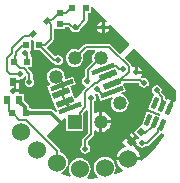
<source format=gtl>
G04*
G04 #@! TF.GenerationSoftware,Altium Limited,Altium Designer,20.0.13 (296)*
G04*
G04 Layer_Physical_Order=1*
G04 Layer_Color=255*
%FSLAX25Y25*%
%MOIN*%
G70*
G01*
G75*
%ADD12P,0.03062X4X270.0*%
G04:AMPARAMS|DCode=13|XSize=39.37mil|YSize=15.75mil|CornerRadius=0mil|HoleSize=0mil|Usage=FLASHONLY|Rotation=248.000|XOffset=0mil|YOffset=0mil|HoleType=Round|Shape=Rectangle|*
%AMROTATEDRECTD13*
4,1,4,0.00007,0.02120,0.01468,0.01530,-0.00007,-0.02120,-0.01468,-0.01530,0.00007,0.02120,0.0*
%
%ADD13ROTATEDRECTD13*%

%ADD14R,0.02165X0.02165*%
%ADD15R,0.02441X0.02362*%
G04:AMPARAMS|DCode=16|XSize=21.26mil|YSize=16.54mil|CornerRadius=0mil|HoleSize=0mil|Usage=FLASHONLY|Rotation=225.000|XOffset=0mil|YOffset=0mil|HoleType=Round|Shape=Rectangle|*
%AMROTATEDRECTD16*
4,1,4,0.00167,0.01336,0.01336,0.00167,-0.00167,-0.01336,-0.01336,-0.00167,0.00167,0.01336,0.0*
%
%ADD16ROTATEDRECTD16*%

%ADD17R,0.01890X0.02539*%
G04:AMPARAMS|DCode=18|XSize=78.74mil|YSize=15.75mil|CornerRadius=0mil|HoleSize=0mil|Usage=FLASHONLY|Rotation=21.000|XOffset=0mil|YOffset=0mil|HoleType=Round|Shape=Rectangle|*
%AMROTATEDRECTD18*
4,1,4,-0.03393,-0.02146,-0.03958,-0.00676,0.03393,0.02146,0.03958,0.00676,-0.03393,-0.02146,0.0*
%
%ADD18ROTATEDRECTD18*%

G04:AMPARAMS|DCode=19|XSize=59.06mil|YSize=19.68mil|CornerRadius=0mil|HoleSize=0mil|Usage=FLASHONLY|Rotation=21.000|XOffset=0mil|YOffset=0mil|HoleType=Round|Shape=Rectangle|*
%AMROTATEDRECTD19*
4,1,4,-0.02404,-0.01977,-0.03109,-0.00139,0.02404,0.01977,0.03109,0.00139,-0.02404,-0.01977,0.0*
%
%ADD19ROTATEDRECTD19*%

%ADD31C,0.00800*%
%ADD32C,0.01400*%
%ADD33C,0.04693*%
%ADD34R,0.04693X0.04693*%
%ADD35C,0.06000*%
%ADD36C,0.02000*%
G36*
X36188Y53213D02*
X35869Y52824D01*
X35780Y52884D01*
X35500Y52940D01*
Y51500D01*
X36940D01*
X36884Y51780D01*
X36825Y51869D01*
X37213Y52188D01*
X43620Y45781D01*
X43595Y45099D01*
X40719Y42223D01*
X38721Y44221D01*
X38721Y44221D01*
X37721Y45221D01*
X37390Y45442D01*
X37000Y45520D01*
X29256D01*
X28866Y45442D01*
X28535Y45221D01*
X26735Y43422D01*
X26269Y43615D01*
X25500Y43716D01*
X24731Y43615D01*
X24014Y43318D01*
X23399Y42845D01*
X22926Y42230D01*
X22629Y41513D01*
X22528Y40744D01*
X22629Y39975D01*
X22926Y39258D01*
X23399Y38643D01*
X24014Y38170D01*
X24731Y37874D01*
X25500Y37772D01*
X26269Y37874D01*
X26986Y38170D01*
X27601Y38643D01*
X28074Y39258D01*
X28371Y39975D01*
X28472Y40744D01*
X28371Y41513D01*
X28177Y41980D01*
X29678Y43480D01*
X32200D01*
X32370Y42980D01*
X32194Y42845D01*
X31722Y42230D01*
X31425Y41513D01*
X31323Y40744D01*
X31425Y39975D01*
X31555Y39660D01*
X29197Y37303D01*
X28977Y36972D01*
X28899Y36582D01*
Y34512D01*
X28876Y34507D01*
X28346Y34154D01*
X27993Y33624D01*
X27869Y33000D01*
X27993Y32376D01*
X28346Y31846D01*
X28876Y31493D01*
X29007Y31467D01*
X29171Y30924D01*
X28291Y30044D01*
X28070Y29714D01*
X28036Y29540D01*
X25959Y27463D01*
X25470Y27567D01*
X25010Y28766D01*
X25010D01*
X24057Y31247D01*
X25895Y31953D01*
X24901Y34543D01*
X22640Y33675D01*
X22188Y34037D01*
X22251Y34520D01*
X22150Y35289D01*
X21853Y36006D01*
X21381Y36621D01*
X20765Y37093D01*
X20049Y37390D01*
X19279Y37492D01*
X18510Y37390D01*
X17794Y37093D01*
X17178Y36621D01*
X16706Y36006D01*
X16409Y35289D01*
X16308Y34520D01*
X16409Y33751D01*
X16706Y33034D01*
X17178Y32418D01*
X17442Y32216D01*
X17360Y31648D01*
X16429Y31291D01*
X17424Y28701D01*
X17424D01*
X18369Y26237D01*
X18369D01*
X19322Y23756D01*
X19322D01*
X19641Y22925D01*
X19221Y22653D01*
X18437Y23437D01*
X18007Y23725D01*
X17500Y23825D01*
X10983D01*
Y24183D01*
X10344D01*
Y24490D01*
X10243Y24997D01*
X9955Y25427D01*
X8975Y26407D01*
X8634Y26635D01*
X8513Y26816D01*
Y28734D01*
X7232D01*
X6922Y29234D01*
X6940Y29325D01*
X5000D01*
Y30325D01*
X6940D01*
X6910Y30473D01*
X6945Y30516D01*
X6945D01*
Y32285D01*
X5000D01*
Y33285D01*
X6945D01*
Y33363D01*
X7273Y33632D01*
X7897Y33757D01*
X8426Y34110D01*
X8661Y34461D01*
X9184Y34622D01*
X9285Y34617D01*
X9463Y34486D01*
Y33868D01*
X9329Y33778D01*
X8975Y33249D01*
X8851Y32625D01*
X8975Y32000D01*
X9329Y31471D01*
X9858Y31117D01*
X10482Y30993D01*
X11106Y31117D01*
X11636Y31471D01*
X11989Y32000D01*
X12113Y32625D01*
X11989Y33249D01*
X11636Y33778D01*
X11502Y33868D01*
Y35293D01*
X11424Y35683D01*
X11203Y36014D01*
X9861Y37355D01*
X10053Y37817D01*
X11483D01*
Y41183D01*
X10820D01*
Y42012D01*
X10742Y42402D01*
X10629Y42571D01*
X10580Y42817D01*
X10860Y43317D01*
X10883D01*
Y46604D01*
X11292Y46902D01*
X11606Y46588D01*
X11617Y46600D01*
X12117Y46393D01*
Y43317D01*
X14041D01*
X17923Y39435D01*
X18254Y39214D01*
X18644Y39136D01*
X18653D01*
X18846Y38846D01*
X19376Y38493D01*
X20000Y38369D01*
X20624Y38493D01*
X21154Y38846D01*
X21507Y39376D01*
X21631Y40000D01*
X21507Y40624D01*
X21154Y41153D01*
X20624Y41507D01*
X20000Y41631D01*
X19376Y41507D01*
X18992Y41250D01*
X16198Y44044D01*
X16221Y44279D01*
X18221Y46279D01*
X18442Y46610D01*
X18520Y47000D01*
Y49974D01*
X18679Y50408D01*
X22321D01*
Y51169D01*
X23389D01*
X23946Y50612D01*
X23993Y50376D01*
X24347Y49847D01*
X24876Y49493D01*
X25500Y49369D01*
X26026Y49473D01*
X26168D01*
X26558Y49551D01*
X26889Y49772D01*
X27214Y50097D01*
X27435Y50427D01*
X27441Y50458D01*
X29521Y52538D01*
X29742Y52869D01*
X29820Y53259D01*
Y55817D01*
X30983D01*
Y57765D01*
X31445Y57956D01*
X36188Y53213D01*
D02*
G37*
G36*
X59444Y29957D02*
Y28249D01*
X59239Y26496D01*
X58809Y26241D01*
X58554Y26344D01*
X57442Y23592D01*
X56515Y23966D01*
X57627Y26719D01*
X56434Y27201D01*
X56284Y26830D01*
X55760Y27042D01*
X55721Y27238D01*
X55721Y27239D01*
Y27799D01*
X55643Y28189D01*
X55422Y28520D01*
X54402Y29539D01*
X54507Y30066D01*
X54383Y30690D01*
X54029Y31219D01*
X53500Y31573D01*
X52876Y31697D01*
X52251Y31573D01*
X51722Y31219D01*
X51368Y30690D01*
X51244Y30066D01*
X51368Y29441D01*
X51661Y29004D01*
X51909Y28598D01*
X51818Y28371D01*
X49985Y23835D01*
X52358Y22876D01*
Y22876D01*
X53969Y22225D01*
X54008Y21894D01*
X53561Y21561D01*
X52070Y22163D01*
Y22163D01*
X49697Y23122D01*
X47850Y18552D01*
X47626Y18506D01*
X47626D01*
X45247Y16126D01*
X47091Y14282D01*
X47042Y13784D01*
X46847Y13654D01*
X46567Y13626D01*
X46200Y13993D01*
X45081Y12874D01*
X46361Y11594D01*
X46707Y11555D01*
X46847Y11347D01*
X47376Y10993D01*
X48000Y10869D01*
X48624Y10993D01*
X49154Y11347D01*
X49243Y11480D01*
X49683D01*
X50074Y11558D01*
X50404Y11779D01*
X53958Y15333D01*
X54180Y15664D01*
X54293Y15725D01*
X55063Y15414D01*
X55185Y15334D01*
X55287Y14845D01*
X53692Y12413D01*
X51499Y9794D01*
X49019Y7446D01*
X47802Y6537D01*
X47583Y6665D01*
X39417D01*
X39489Y6121D01*
X39892Y5148D01*
X40533Y4312D01*
X41369Y3671D01*
X41709Y3530D01*
X41714Y2987D01*
X40195Y2328D01*
X39053Y1983D01*
X38778Y2422D01*
X39098Y3194D01*
X39222Y4134D01*
X39098Y5074D01*
X38735Y5949D01*
X38158Y6701D01*
X37406Y7278D01*
X36530Y7641D01*
X35591Y7765D01*
X34651Y7641D01*
X33775Y7278D01*
X33023Y6701D01*
X32446Y5949D01*
X32083Y5074D01*
X31960Y4134D01*
X32083Y3194D01*
X32446Y2318D01*
X33023Y1566D01*
X33458Y1233D01*
X33301Y722D01*
X30153Y530D01*
X29856Y546D01*
X29699Y1056D01*
X29851Y1173D01*
X30428Y1925D01*
X30791Y2800D01*
X30915Y3740D01*
X30791Y4680D01*
X30428Y5556D01*
X29851Y6308D01*
X29099Y6885D01*
X28223Y7248D01*
X27283Y7371D01*
X26344Y7248D01*
X25468Y6885D01*
X24716Y6308D01*
X24139Y5556D01*
X23776Y4680D01*
X23652Y3740D01*
X23776Y2800D01*
X24139Y1925D01*
X24359Y1638D01*
X24081Y1178D01*
X23377Y1300D01*
X20963Y2014D01*
X20935Y2543D01*
X21461Y2761D01*
X22213Y3338D01*
X22790Y4090D01*
X23153Y4966D01*
X23277Y5906D01*
X23153Y6845D01*
X22790Y7721D01*
X22213Y8473D01*
X21461Y9050D01*
X20665Y9380D01*
Y9909D01*
X20588Y10299D01*
X20367Y10630D01*
X16248Y14748D01*
X22092Y20592D01*
X22554Y20400D01*
Y16554D01*
X28446D01*
Y22341D01*
X29493Y23387D01*
X29993Y23180D01*
Y21205D01*
X29929Y20886D01*
Y15871D01*
X28279Y14221D01*
X28058Y13890D01*
X27980Y13500D01*
Y11743D01*
X27847Y11654D01*
X27493Y11124D01*
X27369Y10500D01*
X27493Y9876D01*
X27847Y9347D01*
X28376Y8993D01*
X29000Y8869D01*
X29624Y8993D01*
X30154Y9347D01*
X30507Y9876D01*
X30631Y10500D01*
X30507Y11124D01*
X30154Y11654D01*
X30020Y11743D01*
Y13078D01*
X31670Y14728D01*
X31891Y15059D01*
X31968Y15449D01*
Y16502D01*
X32417Y16723D01*
X32608Y16577D01*
X33422Y16240D01*
X33795Y16191D01*
Y19500D01*
Y22809D01*
X33422Y22760D01*
X32608Y22423D01*
X32480Y22325D01*
X32032Y22547D01*
Y26257D01*
X32166Y26346D01*
X32519Y26876D01*
X32644Y27500D01*
X32519Y28124D01*
X32278Y28485D01*
X32574Y28936D01*
X33000Y28851D01*
X33167Y28885D01*
X34099Y26457D01*
X37843Y27894D01*
X38154Y27478D01*
X37946Y27206D01*
X37649Y26490D01*
X37548Y25721D01*
X37649Y24951D01*
X37946Y24235D01*
X38418Y23619D01*
X39034Y23147D01*
X39750Y22850D01*
X40520Y22749D01*
X41289Y22850D01*
X42006Y23147D01*
X42621Y23619D01*
X43093Y24235D01*
X43390Y24951D01*
X43492Y25721D01*
X43390Y26490D01*
X43093Y27206D01*
X42621Y27822D01*
X42006Y28294D01*
X41289Y28591D01*
X41114Y28614D01*
X41054Y29126D01*
X42571Y29709D01*
X41750Y31845D01*
X42034Y32257D01*
X46917D01*
X46993Y31876D01*
X47346Y31346D01*
X47876Y30993D01*
X48500Y30869D01*
X49124Y30993D01*
X49589Y31304D01*
X49647Y31315D01*
X49978Y31536D01*
X50199Y31867D01*
X50277Y32257D01*
X50199Y32647D01*
X50061Y32854D01*
X50007Y33124D01*
X49654Y33654D01*
X49124Y34007D01*
X48500Y34131D01*
X48078Y34047D01*
X47822Y34219D01*
X47778Y34227D01*
X47587Y34775D01*
X47884Y35220D01*
X47940Y35500D01*
X46000D01*
Y36000D01*
X45500D01*
Y37940D01*
X45220Y37884D01*
X45020Y37750D01*
X44520Y38000D01*
X44442Y38390D01*
X44221Y38721D01*
X42221Y40721D01*
X45430Y43930D01*
X59444Y29957D01*
D02*
G37*
%LPC*%
G36*
X34500Y52940D02*
X34220Y52884D01*
X33558Y52442D01*
X33116Y51780D01*
X33060Y51500D01*
X34500D01*
Y52940D01*
D02*
G37*
G36*
X36940Y50500D02*
X35500D01*
Y49060D01*
X35780Y49116D01*
X36442Y49558D01*
X36884Y50220D01*
X36940Y50500D01*
D02*
G37*
G36*
X34500D02*
X33060D01*
X33116Y50220D01*
X33558Y49558D01*
X34220Y49116D01*
X34500Y49060D01*
Y50500D01*
D02*
G37*
G36*
X46500Y37940D02*
Y36500D01*
X47940D01*
X47884Y36780D01*
X47442Y37442D01*
X46780Y37884D01*
X46500Y37940D01*
D02*
G37*
G36*
X34795Y22809D02*
Y20000D01*
X37605D01*
X37556Y20374D01*
X37218Y21188D01*
X36682Y21887D01*
X35983Y22423D01*
X35169Y22760D01*
X34795Y22809D01*
D02*
G37*
G36*
X37605Y19000D02*
X34795D01*
Y16191D01*
X35169Y16240D01*
X35983Y16577D01*
X36682Y17113D01*
X37218Y17812D01*
X37556Y18626D01*
X37605Y19000D01*
D02*
G37*
G36*
X44374Y15819D02*
X43255Y14700D01*
X44374Y13581D01*
X45493Y14700D01*
X44374Y15819D01*
D02*
G37*
G36*
X42547Y13993D02*
X41428Y12874D01*
X42735Y11567D01*
X42575Y11093D01*
X42342Y11062D01*
X41369Y10659D01*
X40533Y10018D01*
X39892Y9183D01*
X39489Y8210D01*
X39417Y7665D01*
X47355D01*
X47283Y8210D01*
X46880Y9183D01*
X46239Y10018D01*
X45634Y10482D01*
X45563Y10978D01*
X44020Y12520D01*
X42547Y13993D01*
D02*
G37*
%LPD*%
D12*
X44374Y12874D02*
D03*
X47626Y16126D02*
D03*
D13*
X54767Y18304D02*
D03*
X52394Y19262D02*
D03*
X50021Y20221D02*
D03*
X52233Y25696D02*
D03*
X54606Y24738D02*
D03*
X56979Y23779D02*
D03*
D14*
X29300Y57500D02*
D03*
X24700D02*
D03*
X9200Y45000D02*
D03*
X13800D02*
D03*
X9800Y39500D02*
D03*
X5200D02*
D03*
X4700Y22500D02*
D03*
X9300D02*
D03*
D15*
X20500Y52189D02*
D03*
Y55811D02*
D03*
D16*
X16227Y53227D02*
D03*
X11773Y48773D02*
D03*
D17*
X3032Y26864D02*
D03*
X6968D02*
D03*
X5000Y32785D02*
D03*
D18*
X37838Y29378D02*
D03*
X34945Y36913D02*
D03*
X21162Y31622D02*
D03*
X24055Y24087D02*
D03*
D19*
X37875Y32028D02*
D03*
X36746Y34968D02*
D03*
X21125Y28972D02*
D03*
X22254Y26032D02*
D03*
D31*
X52876Y29624D02*
Y30066D01*
Y29624D02*
X54701Y27799D01*
X37500Y38000D02*
X39510D01*
X36499Y36999D02*
X37500Y38000D01*
X36275Y36913D02*
X36499Y36999D01*
X39744Y37766D02*
X40280Y37230D01*
X34945Y36913D02*
X36275D01*
X39510Y38000D02*
X39744Y37766D01*
X38000Y43500D02*
X38000D01*
X29256Y44500D02*
X37000D01*
X38000Y43500D01*
X25500Y40744D02*
X29256Y44500D01*
X7043Y35493D02*
X7273Y35264D01*
X7436Y37264D02*
X8511D01*
X5200Y39500D02*
X7436Y37264D01*
X10482Y32625D02*
Y35293D01*
X8511Y37264D02*
X10482Y35293D01*
X4950Y22250D02*
X6979Y20221D01*
X4450Y22250D02*
X4700Y22000D01*
X29000Y10500D02*
Y13500D01*
X30949Y15449D01*
X9334Y20221D02*
X19646Y9909D01*
Y5906D02*
Y9909D01*
X49683Y12500D02*
X53237Y16054D01*
X48000Y12500D02*
X49683D01*
X49126Y15799D02*
X51225Y17898D01*
X53237Y16054D02*
Y16579D01*
X51326Y17898D02*
X52394Y18965D01*
X51225Y17898D02*
X51326D01*
X31012Y20950D02*
Y27500D01*
X30949Y20886D02*
X31012Y20950D01*
X30949Y15449D02*
Y20886D01*
X29012Y24349D02*
Y29323D01*
X33020Y30483D02*
X34625Y28878D01*
X29012Y29323D02*
X32172Y32483D01*
X29500Y32810D02*
Y33000D01*
Y32810D02*
X29919Y32392D01*
X33000Y30483D02*
X33020D01*
X33148Y32483D02*
X35134Y34468D01*
X32172Y32483D02*
X33148D01*
X29919Y32392D02*
Y36582D01*
X34625Y28878D02*
X35622D01*
X25500Y19500D02*
X27227Y21227D01*
Y22563D02*
X29012Y24349D01*
X27227Y21227D02*
Y22563D01*
X35134Y34468D02*
X37246D01*
X13800Y45000D02*
X18644Y40156D01*
X19844D01*
X20000Y40000D01*
X3531Y23168D02*
X4450Y22250D01*
X6979Y20221D02*
X9334D01*
X4700Y22500D02*
X4950Y22250D01*
X4000Y35500D02*
X6614D01*
X3000Y36500D02*
X4000Y35500D01*
X3531Y23168D02*
Y26039D01*
X4500Y42380D02*
Y44000D01*
X8500Y48000D02*
X10396D01*
X4500Y44000D02*
X8500Y48000D01*
X3000Y36500D02*
Y40880D01*
X5514Y39814D02*
Y41414D01*
X5900Y42728D02*
X8172Y45000D01*
X3000Y40880D02*
X4500Y42380D01*
X5514Y41414D02*
X5900Y41800D01*
Y42728D01*
X5200Y39500D02*
X5514Y39814D01*
X41270Y37230D02*
X41500Y37000D01*
X40280Y37230D02*
X41270D01*
X38000Y43500D02*
X43500Y38000D01*
X40785Y33277D02*
X43500Y35992D01*
Y38000D01*
X34081Y40744D02*
X34295D01*
X29919Y36582D02*
X34081Y40744D01*
X28800Y53259D02*
Y57500D01*
X26493Y50952D02*
X28800Y53259D01*
X26493Y50818D02*
Y50952D01*
X26168Y50493D02*
X26493Y50818D01*
X20500Y52189D02*
X23811D01*
X25507Y50493D01*
X26168D01*
X9048Y42317D02*
Y42764D01*
X8172Y45000D02*
X9200D01*
X9000Y42812D02*
X9800Y42012D01*
Y39500D02*
Y42012D01*
X22453Y25833D02*
Y26895D01*
X22754Y25532D02*
X24055Y24231D01*
X22254Y26032D02*
X22453Y25833D01*
X24055Y24087D02*
Y24231D01*
X48500Y32257D02*
X49257D01*
X39478Y32028D02*
X40727Y33277D01*
X48208Y32500D02*
X49014D01*
X37875Y32028D02*
X39478D01*
X40727Y33277D02*
X40785D01*
X47431D01*
X48208Y32500D01*
X49014D02*
X49257Y32257D01*
X6621Y35493D02*
X7043D01*
X6614Y35500D02*
X6621Y35493D01*
X11169Y48773D02*
X11773D01*
X10396Y48000D02*
X11169Y48773D01*
X5500Y29825D02*
Y32772D01*
X54701Y24738D02*
X54779Y24816D01*
Y26848D01*
X54701Y26926D02*
X54779Y26848D01*
X54701Y26926D02*
Y27799D01*
X20500Y55811D02*
X22511D01*
X24200Y57500D01*
X19680Y55030D02*
X20461Y55811D01*
X20500D01*
X18280Y53712D02*
Y53784D01*
X18865Y54370D01*
X17811Y53244D02*
X18280Y53712D01*
X16998Y53394D02*
X17148Y53244D01*
X16227Y53227D02*
X16394Y53394D01*
X19059Y54370D02*
X19680Y54991D01*
X18865Y54370D02*
X19059D01*
X17148Y53244D02*
X17811D01*
X16394Y53394D02*
X16998D01*
X19680Y54991D02*
Y55030D01*
X13800Y45000D02*
X15500D01*
X17500Y47000D02*
Y51954D01*
X15500Y45000D02*
X17500Y47000D01*
X16227Y53227D02*
X17500Y51954D01*
X53237Y16579D02*
X53382Y16937D01*
X54749Y18304D01*
X54767D01*
X49126Y15626D02*
Y15799D01*
X52394Y18965D02*
Y19262D01*
X40520Y25721D02*
X40636Y25837D01*
X34295Y19500D02*
X38747D01*
X45874Y12374D01*
X34295Y19500D02*
X35040Y18755D01*
X22453Y25833D02*
X22754Y25532D01*
X21625Y27722D02*
X22453Y26895D01*
X21625Y27722D02*
Y31442D01*
X22754Y25532D02*
X23599D01*
X21486Y31581D02*
X21625Y31442D01*
X19279Y34520D02*
X21486Y32313D01*
Y31581D02*
Y32313D01*
D32*
X9800Y22500D02*
X17500D01*
X9018Y23282D02*
X9800Y22500D01*
X17500D02*
X21500Y18500D01*
X9018Y23282D02*
Y24490D01*
X7468Y25715D02*
Y26039D01*
Y25715D02*
X7713Y25470D01*
X8038D01*
X9018Y24490D01*
D33*
X19279Y34520D02*
D03*
X25500Y40744D02*
D03*
X34295D02*
D03*
X40520Y25721D02*
D03*
X34295Y19500D02*
D03*
D34*
X25500D02*
D03*
D35*
X7677Y16220D02*
D03*
X12992Y10118D02*
D03*
X19646Y5906D02*
D03*
X27283Y3740D02*
D03*
X35591Y4134D02*
D03*
X43386Y7165D02*
D03*
D36*
X52876Y30066D02*
D03*
X7273Y35264D02*
D03*
X10482Y32625D02*
D03*
X29000Y10500D02*
D03*
X46000Y36000D02*
D03*
X48000Y12500D02*
D03*
X31012Y27500D02*
D03*
X29500Y33000D02*
D03*
X33000Y30483D02*
D03*
X20000Y40000D02*
D03*
X5000Y29825D02*
D03*
X41500Y37000D02*
D03*
X35000Y51000D02*
D03*
X25500D02*
D03*
X9048Y42317D02*
D03*
X48500Y32500D02*
D03*
M02*

</source>
